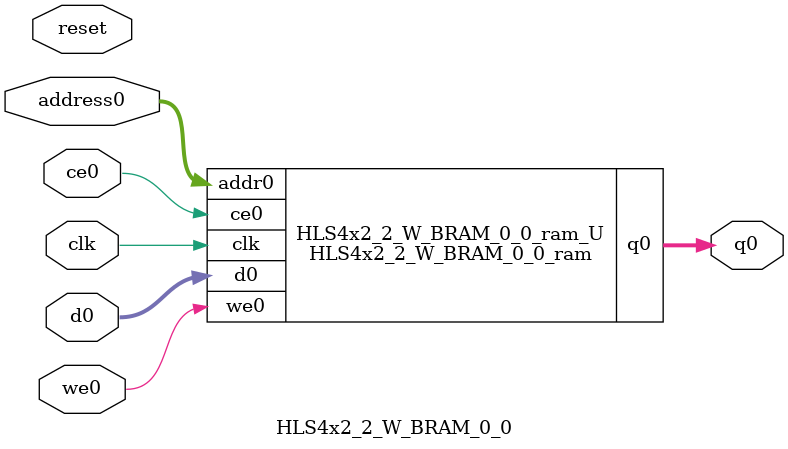
<source format=v>

`timescale 1 ns / 1 ps
module HLS4x2_2_W_BRAM_0_0_ram (addr0, ce0, d0, we0, q0,  clk);

parameter DWIDTH = 16;
parameter AWIDTH = 5;
parameter MEM_SIZE = 25;

input[AWIDTH-1:0] addr0;
input ce0;
input[DWIDTH-1:0] d0;
input we0;
output reg[DWIDTH-1:0] q0;
input clk;

(* ram_style = "distributed" *)reg [DWIDTH-1:0] ram[0:MEM_SIZE-1];




always @(posedge clk)  
begin 
    if (ce0) 
    begin
        if (we0) 
        begin 
            ram[addr0] <= d0; 
            q0 <= d0;
        end 
        else 
            q0 <= ram[addr0];
    end
end


endmodule


`timescale 1 ns / 1 ps
module HLS4x2_2_W_BRAM_0_0(
    reset,
    clk,
    address0,
    ce0,
    we0,
    d0,
    q0);

parameter DataWidth = 32'd16;
parameter AddressRange = 32'd25;
parameter AddressWidth = 32'd5;
input reset;
input clk;
input[AddressWidth - 1:0] address0;
input ce0;
input we0;
input[DataWidth - 1:0] d0;
output[DataWidth - 1:0] q0;



HLS4x2_2_W_BRAM_0_0_ram HLS4x2_2_W_BRAM_0_0_ram_U(
    .clk( clk ),
    .addr0( address0 ),
    .ce0( ce0 ),
    .d0( d0 ),
    .we0( we0 ),
    .q0( q0 ));

endmodule


</source>
